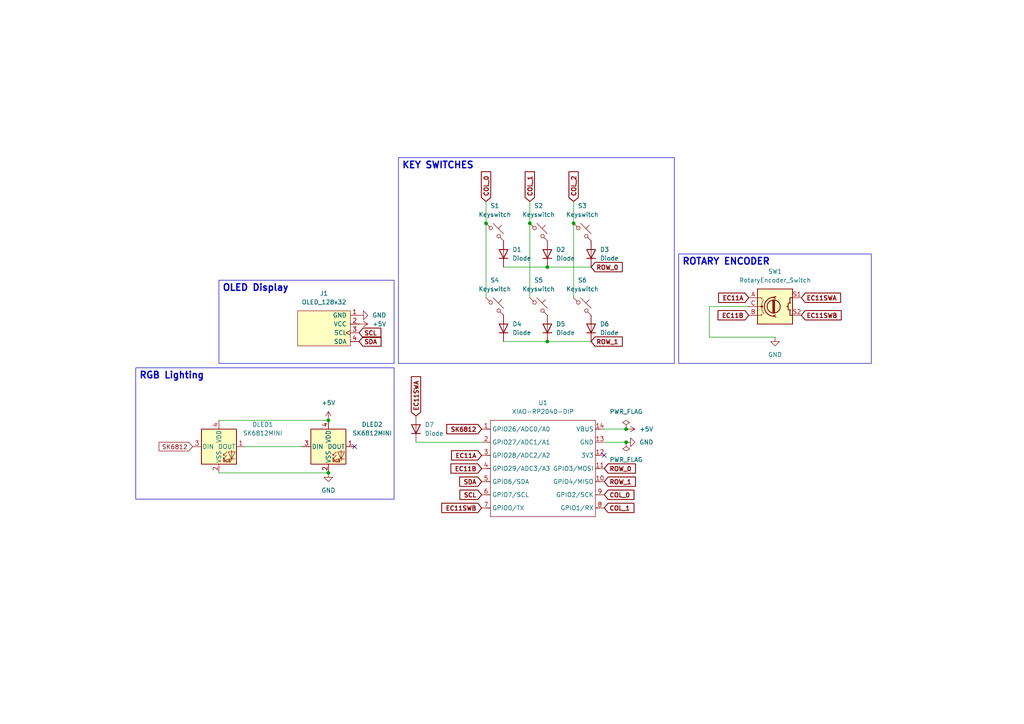
<source format=kicad_sch>
(kicad_sch (version 20250114) (generator "eeschema") (generator_version "9.0")
  (paper "A4")
  (title_block (title "Command Pad") (date "2025-05-25") (rev "1.0") (company "sjalkote") (comment 1 "First time making a pcb lol"))
  (lib_symbols
    (symbol "Device:RotaryEncoder_Switch" (pin_names (offset 0.254) (hide yes))
      (property "Reference" "SW" (at 0 6.604 0))
      (property "Value" "RotaryEncoder_Switch" (at 0 -6.604 0))
      (symbol "RotaryEncoder_Switch_0_1"
        (rectangle (start -5.08 5.08) (end 5.08 -5.08) (stroke (width 0.254)) (fill (type background)))
        (polyline (pts (xy -5.08 2.54) (xy -3.81 2.54) (xy -3.81 2.032)))
        (polyline (pts (xy -5.08 0) (xy -3.81 0) (xy -3.81 -1.016) (xy -3.302 -2.032)))
        (polyline (pts (xy -5.08 -2.54) (xy -3.81 -2.54) (xy -3.81 -2.032)))
        (polyline (pts (xy -4.318 0) (xy -3.81 0) (xy -3.81 1.016) (xy -3.302 2.032)))
        (circle (center -3.81 0) (radius 0.254) (fill (type outline)))
        (polyline (pts (xy -0.635 -1.778) (xy -0.635 1.778)) (stroke (width 0.254)))
        (circle (center -0.381 0) (radius 1.905) (stroke (width 0.254)))
        (polyline (pts (xy -0.381 -1.778) (xy -0.381 1.778)) (stroke (width 0.254)))
        (arc (start -0.381 -2.794) (mid -3.0988 -0.0635) (end -0.381 2.667) (stroke (width 0.254)))
        (polyline (pts (xy -0.127 1.778) (xy -0.127 -1.778)) (stroke (width 0.254)))
        (polyline (pts (xy 0.254 2.921) (xy -0.508 2.667) (xy 0.127 2.286)) (stroke (width 0.254)))
        (polyline (pts (xy 0.254 -3.048) (xy -0.508 -2.794) (xy 0.127 -2.413)) (stroke (width 0.254)))
        (polyline (pts (xy 3.81 1.016) (xy 3.81 -1.016)) (stroke (width 0.254)))
        (polyline (pts (xy 3.81 0) (xy 3.429 0)) (stroke (width 0.254)))
        (circle (center 4.318 1.016) (radius 0.127) (stroke (width 0.254)))
        (circle (center 4.318 -1.016) (radius 0.127) (stroke (width 0.254)))
        (polyline (pts (xy 5.08 2.54) (xy 4.318 2.54) (xy 4.318 1.016)) (stroke (width 0.254)))
        (polyline (pts (xy 5.08 -2.54) (xy 4.318 -2.54) (xy 4.318 -1.016)) (stroke (width 0.254)))
      )
      (symbol "RotaryEncoder_Switch_1_1"
        (pin passive line (at -7.62 2.54 0) (length 2.54) (name "A") (number "A"))
        (pin passive line (at -7.62 0 0) (length 2.54) (name "C") (number "C"))
        (pin passive line (at -7.62 -2.54 0) (length 2.54) (name "B") (number "B"))
        (pin passive line (at 7.62 2.54 180) (length 2.54) (name "S1") (number "S1"))
        (pin passive line (at 7.62 -2.54 180) (length 2.54) (name "S2") (number "S2"))
      )
    )
    (symbol "LED:SK6812MINI" (pin_names (offset 0.254))
      (property "Reference" "D" (at 5.08 5.715 0))
      (property "Value" "SK6812MINI" (at 1.27 -5.715 0))
      (symbol "SK6812MINI_0_0"
        (text "RGB" (at 2.286 -4.191 0) (effects (font (size 0.762 0.762))))
      )
      (symbol "SK6812MINI_0_1"
        (polyline (pts (xy 1.27 -2.54) (xy 1.778 -2.54)))
        (polyline (pts (xy 1.27 -3.556) (xy 1.778 -3.556)))
        (polyline (pts (xy 2.286 -1.524) (xy 1.27 -2.54) (xy 1.27 -2.032)))
        (polyline (pts (xy 2.286 -2.54) (xy 1.27 -3.556) (xy 1.27 -3.048)))
        (polyline (pts (xy 3.683 -1.016) (xy 3.683 -3.556) (xy 3.683 -4.064)))
        (polyline (pts (xy 4.699 -1.524) (xy 2.667 -1.524) (xy 3.683 -3.556) (xy 4.699 -1.524)))
        (polyline (pts (xy 4.699 -3.556) (xy 2.667 -3.556)))
        (rectangle (start 5.08 5.08) (end -5.08 -5.08) (stroke (width 0.254)) (fill (type background)))
      )
      (symbol "SK6812MINI_1_1"
        (pin input line (at -7.62 0 0) (length 2.54) (name "DIN") (number "3"))
        (pin power_in line (at 0 7.62 270) (length 2.54) (name "VDD") (number "4"))
        (pin power_in line (at 0 -7.62 90) (length 2.54) (name "VSS") (number "2"))
        (pin output line (at 7.62 0 180) (length 2.54) (name "DOUT") (number "1"))
      )
    )
    (symbol "ScottoKeebs:OLED_128x32" (pin_names (offset 1.016))
      (property "Reference" "J" (at 0 -6.35 0))
      (property "Value" "OLED_128x32" (at 0 6.35 0))
      (symbol "OLED_128x32_0_1"
        (rectangle (start 0 5.08) (end 15.24 -5.08) (fill (type background)))
      )
      (symbol "OLED_128x32_1_1"
        (pin bidirectional line (at -2.54 3.81 0) (length 2.54) (name "SDA") (number "4"))
        (pin input clock (at -2.54 1.27 0) (length 2.54) (name "SCL") (number "3"))
        (pin power_in line (at -2.54 -1.27 0) (length 2.54) (name "VCC") (number "2"))
        (pin power_in line (at -2.54 -3.81 0) (length 2.54) (name "GND") (number "1"))
      )
    )
    (symbol "ScottoKeebs:Placeholder_Diode" (pin_numbers (hide yes)) (pin_names (hide yes))
      (property "Reference" "D" (at 0 2.54 0))
      (property "Value" "Diode" (at 0 -2.54 0))
      (symbol "Placeholder_Diode_0_1"
        (polyline (pts (xy -1.27 1.27) (xy -1.27 -1.27)) (stroke (width 0.254)))
        (polyline (pts (xy 1.27 1.27) (xy 1.27 -1.27) (xy -1.27 0) (xy 1.27 1.27)) (stroke (width 0.254)))
        (polyline (pts (xy 1.27 0) (xy -1.27 0)))
      )
      (symbol "Placeholder_Diode_1_1"
        (pin passive line (at -3.81 0 0) (length 2.54) (name "K") (number "1"))
        (pin passive line (at 3.81 0 180) (length 2.54) (name "A") (number "2"))
      )
    )
    (symbol "ScottoKeebs:Placeholder_Keyswitch" (pin_numbers (hide yes)) (pin_names (offset 1.016) (hide yes))
      (property "Reference" "S" (at 3.048 1.016 0))
      (property "Value" "Keyswitch" (at 0 -3.81 0))
      (symbol "Placeholder_Keyswitch_0_1"
        (polyline (pts (xy -2.54 2.54) (xy -1.524 1.524) (xy -1.524 1.524)))
        (circle (center -1.1684 1.1684) (radius 0.508))
        (polyline (pts (xy -0.508 2.54) (xy 2.54 -0.508)))
        (polyline (pts (xy 1.016 1.016) (xy 2.032 2.032)))
        (circle (center 1.143 -1.1938) (radius 0.508))
        (polyline (pts (xy 1.524 -1.524) (xy 2.54 -2.54) (xy 2.54 -2.54) (xy 2.54 -2.54)))
        (pin passive line (at -2.54 2.54 0) (length 0) (name "1") (number "1"))
        (pin passive line (at 2.54 -2.54 180) (length 0) (name "2") (number "2"))
      )
    )
    (symbol "Seeed_Studio_XIAO_Series:XIAO-RP2040-DIP"
      (property "Reference" "U" (at 0 0 0))
      (property "Value" "XIAO-RP2040-DIP" (at 5.334 -1.778 0))
      (symbol "XIAO-RP2040-DIP_1_0"
        (polyline (pts (xy -1.27 -2.54) (xy 29.21 -2.54)) (stroke (width 0.1524)))
        (polyline (pts (xy -1.27 -5.08) (xy -2.54 -5.08)) (stroke (width 0.1524)))
        (polyline (pts (xy -1.27 -5.08) (xy -1.27 -2.54)) (stroke (width 0.1524)))
        (polyline (pts (xy -1.27 -8.89) (xy -2.54 -8.89)) (stroke (width 0.1524)))
        (polyline (pts (xy -1.27 -8.89) (xy -1.27 -5.08)) (stroke (width 0.1524)))
        (polyline (pts (xy -1.27 -12.7) (xy -2.54 -12.7)) (stroke (width 0.1524)))
        (polyline (pts (xy -1.27 -12.7) (xy -1.27 -8.89)) (stroke (width 0.1524)))
        (polyline (pts (xy -1.27 -16.51) (xy -2.54 -16.51)) (stroke (width 0.1524)))
        (polyline (pts (xy -1.27 -16.51) (xy -1.27 -12.7)) (stroke (width 0.1524)))
        (polyline (pts (xy -1.27 -20.32) (xy -2.54 -20.32)) (stroke (width 0.1524)))
        (polyline (pts (xy -1.27 -24.13) (xy -2.54 -24.13)) (stroke (width 0.1524)))
        (polyline (pts (xy -1.27 -27.94) (xy -2.54 -27.94)) (stroke (width 0.1524)))
        (polyline (pts (xy -1.27 -30.48) (xy -1.27 -16.51)) (stroke (width 0.1524)))
        (polyline (pts (xy 29.21 -2.54) (xy 29.21 -5.08)) (stroke (width 0.1524)))
        (polyline (pts (xy 29.21 -5.08) (xy 29.21 -8.89)) (stroke (width 0.1524)))
        (polyline (pts (xy 29.21 -8.89) (xy 29.21 -12.7)) (stroke (width 0.1524)))
        (polyline (pts (xy 29.21 -12.7) (xy 29.21 -30.48)) (stroke (width 0.1524)))
        (polyline (pts (xy 29.21 -30.48) (xy -1.27 -30.48)) (stroke (width 0.1524)))
        (polyline (pts (xy 30.48 -5.08) (xy 29.21 -5.08)) (stroke (width 0.1524)))
        (polyline (pts (xy 30.48 -8.89) (xy 29.21 -8.89)) (stroke (width 0.1524)))
        (polyline (pts (xy 30.48 -12.7) (xy 29.21 -12.7)) (stroke (width 0.1524)))
        (polyline (pts (xy 30.48 -16.51) (xy 29.21 -16.51)) (stroke (width 0.1524)))
        (polyline (pts (xy 30.48 -20.32) (xy 29.21 -20.32)) (stroke (width 0.1524)))
        (polyline (pts (xy 30.48 -24.13) (xy 29.21 -24.13)) (stroke (width 0.1524)))
        (polyline (pts (xy 30.48 -27.94) (xy 29.21 -27.94)) (stroke (width 0.1524)))
        (pin passive line (at -3.81 -5.08 0) (length 2.54) (name "GPIO26/ADC0/A0") (number "1"))
        (pin passive line (at -3.81 -8.89 0) (length 2.54) (name "GPIO27/ADC1/A1") (number "2"))
        (pin passive line (at -3.81 -12.7 0) (length 2.54) (name "GPIO28/ADC2/A2") (number "3"))
        (pin passive line (at -3.81 -16.51 0) (length 2.54) (name "GPIO29/ADC3/A3") (number "4"))
        (pin passive line (at -3.81 -20.32 0) (length 2.54) (name "GPIO6/SDA") (number "5"))
        (pin passive line (at -3.81 -24.13 0) (length 2.54) (name "GPIO7/SCL") (number "6"))
        (pin passive line (at -3.81 -27.94 0) (length 2.54) (name "GPIO0/TX") (number "7"))
        (pin passive line (at 31.75 -5.08 180) (length 2.54) (name "VBUS") (number "14"))
        (pin passive line (at 31.75 -8.89 180) (length 2.54) (name "GND") (number "13"))
        (pin passive line (at 31.75 -12.7 180) (length 2.54) (name "3V3") (number "12"))
        (pin passive line (at 31.75 -16.51 180) (length 2.54) (name "GPIO3/MOSI") (number "11"))
        (pin passive line (at 31.75 -20.32 180) (length 2.54) (name "GPIO4/MISO") (number "10"))
        (pin passive line (at 31.75 -24.13 180) (length 2.54) (name "GPIO2/SCK") (number "9"))
        (pin passive line (at 31.75 -27.94 180) (length 2.54) (name "GPIO1/RX") (number "8"))
      )
    )
    (symbol "power:+5V" (power) (pin_numbers (hide yes)) (pin_names (offset 0) (hide yes))
      (property "Value" "+5V" (at 0 3.556 0))
      (symbol "+5V_0_1"
        (polyline (pts (xy -0.762 1.27) (xy 0 2.54)))
        (polyline (pts (xy 0 2.54) (xy 0.762 1.27)))
        (polyline (pts (xy 0 0) (xy 0 2.54)))
      )
      (symbol "+5V_1_1"
        (pin power_in line (at 0 0 90) (length 0) (name "~") (number "1"))
      )
    )
    (symbol "power:GND" (power) (pin_numbers (hide yes)) (pin_names (offset 0) (hide yes))
      (property "Value" "GND" (at 0 -3.81 0))
      (symbol "GND_0_1"
        (polyline (pts (xy 0 0) (xy 0 -1.27) (xy 1.27 -1.27) (xy 0 -2.54) (xy -1.27 -1.27) (xy 0 -1.27)))
      )
      (symbol "GND_1_1"
        (pin power_in line (at 0 0 270) (length 0) (name "~") (number "1"))
      )
    )
    (symbol "power:PWR_FLAG" (power) (pin_numbers (hide yes)) (pin_names (offset 0) (hide yes))
      (property "Value" "PWR_FLAG" (at 0 3.81 0))
      (symbol "PWR_FLAG_0_0"
        (pin power_out line (at 0 0 90) (length 0) (name "~") (number "1"))
      )
      (symbol "PWR_FLAG_0_1"
        (polyline (pts (xy 0 0) (xy 0 1.27) (xy -1.016 1.905) (xy 0 2.54) (xy 1.016 1.905) (xy 0 1.27)))
      )
    )
  )
  (text_box "OLED Display" (at 63.5 81.28 0) (size 50.8 24.13) (margins 0.9525 0.9525 0.9525 0.9525) (effects (font (size 1.905 1.905) (thickness 0.381) (bold yes)) (justify left top)))
  (text_box "RGB Lighting" (at 39.37 106.68 0) (size 74.93 38.1) (margins 0.9525 0.9525 0.9525 0.9525) (effects (font (size 1.905 1.905) (thickness 0.381) (bold yes)) (justify left top)))
  (text_box "ROTARY ENCODER" (at 196.85 73.66 0) (size 55.88 31.75) (margins 0.9525 0.9525 0.9525 0.9525) (effects (font (size 1.905 1.905) (thickness 0.381) (bold yes)) (justify left top)))
  (text_box "KEY SWITCHES" (at 115.57 45.72 0) (size 80.01 59.69) (margins 0.9525 0.9525 0.9525 0.9525) (effects (font (size 1.905 1.905) (thickness 0.381) (bold yes)) (justify left top)))
  (junction (at 140.97 64.77))
  (junction (at 181.61 128.27))
  (junction (at 158.75 99.06))
  (junction (at 95.25 121.92))
  (junction (at 95.25 137.16))
  (junction (at 181.61 124.46))
  (junction (at 166.37 64.77))
  (junction (at 158.75 77.47))
  (junction (at 153.67 64.77))
  (no_connect (at 102.87 129.54))
  (no_connect (at 175.26 132.08))
  (wire (pts (xy 158.75 99.06) (xy 171.45 99.06)))
  (wire (pts (xy 153.67 64.77) (xy 153.67 86.36)))
  (wire (pts (xy 146.05 99.06) (xy 158.75 99.06)))
  (wire (pts (xy 63.5 137.16) (xy 95.25 137.16)))
  (wire (pts (xy 63.5 121.92) (xy 95.25 121.92)))
  (wire (pts (xy 181.61 124.46) (xy 175.26 124.46)))
  (wire (pts (xy 146.05 77.47) (xy 158.75 77.47)))
  (wire (pts (xy 217.17 88.9) (xy 205.74 88.9)))
  (wire (pts (xy 166.37 64.77) (xy 166.37 86.36)))
  (wire (pts (xy 153.67 58.42) (xy 153.67 64.77)))
  (wire (pts (xy 166.37 58.42) (xy 166.37 64.77)))
  (wire (pts (xy 181.61 128.27) (xy 175.26 128.27)))
  (wire (pts (xy 140.97 58.42) (xy 140.97 64.77)))
  (wire (pts (xy 205.74 97.79) (xy 224.79 97.79)))
  (wire (pts (xy 158.75 77.47) (xy 171.45 77.47)))
  (wire (pts (xy 140.97 64.77) (xy 140.97 86.36)))
  (wire (pts (xy 120.65 128.27) (xy 139.7 128.27)))
  (wire (pts (xy 205.74 88.9) (xy 205.74 97.79)))
  (wire (pts (xy 71.12 129.54) (xy 87.63 129.54)))
  (global_label "EC11SWA" (shape input) (at 232.41 86.36 0) (effects (font (thickness 0.254) (bold yes))) (property "Intersheetrefs" "${INTERSHEET_REFS}" (effects (hide yes))))
  (global_label "SK6812" (shape input) (at 139.7 124.46 180) (effects (font (thickness 0.254) (bold yes))) (property "Intersheetrefs" "${INTERSHEET_REFS}" (effects (hide yes))))
  (global_label "SDA" (shape input) (at 104.14 99.06 0) (effects (font (thickness 0.254) (bold yes))) (property "Intersheetrefs" "${INTERSHEET_REFS}" (effects (hide yes))))
  (global_label "COL_1" (shape input) (at 175.26 147.32 0) (effects (font (thickness 0.254) (bold yes))) (property "Intersheetrefs" "${INTERSHEET_REFS}" (effects (hide yes))))
  (global_label "EC11SWB" (shape input) (at 232.41 91.44 0) (effects (font (thickness 0.254) (bold yes))) (property "Intersheetrefs" "${INTERSHEET_REFS}" (effects (hide yes))))
  (global_label "SK6812" (shape input) (at 55.88 129.54 180) (property "Intersheetrefs" "${INTERSHEET_REFS}" (effects (hide yes))))
  (global_label "SCL" (shape input) (at 104.14 96.52 0) (effects (font (thickness 0.254) (bold yes))) (property "Intersheetrefs" "${INTERSHEET_REFS}" (effects (hide yes))))
  (global_label "EC11SWA" (shape input) (at 120.65 120.65 90) (effects (font (thickness 0.254) (bold yes))) (property "Intersheetrefs" "${INTERSHEET_REFS}" (effects (hide yes))))
  (global_label "COL_0" (shape input) (at 140.97 58.42 90) (effects (font (thickness 0.254) (bold yes))) (property "Intersheetrefs" "${INTERSHEET_REFS}" (effects (hide yes))))
  (global_label "ROW_0" (shape input) (at 175.26 135.89 0) (effects (font (thickness 0.254) (bold yes))) (property "Intersheetrefs" "${INTERSHEET_REFS}" (effects (hide yes))))
  (global_label "SCL" (shape input) (at 139.7 143.51 180) (effects (font (thickness 0.254) (bold yes))) (property "Intersheetrefs" "${INTERSHEET_REFS}" (effects (hide yes))))
  (global_label "ROW_0" (shape input) (at 171.45 77.47 0) (effects (font (thickness 0.254) (bold yes))) (property "Intersheetrefs" "${INTERSHEET_REFS}" (effects (hide yes))))
  (global_label "SDA" (shape input) (at 139.7 139.7 180) (effects (font (thickness 0.254) (bold yes))) (property "Intersheetrefs" "${INTERSHEET_REFS}" (effects (hide yes))))
  (global_label "EC11B" (shape input) (at 217.17 91.44 180) (effects (font (thickness 0.254) (bold yes))) (property "Intersheetrefs" "${INTERSHEET_REFS}" (effects (hide yes))))
  (global_label "ROW_1" (shape input) (at 171.45 99.06 0) (effects (font (thickness 0.254) (bold yes))) (property "Intersheetrefs" "${INTERSHEET_REFS}" (effects (hide yes))))
  (global_label "EC11A" (shape input) (at 217.17 86.36 180) (effects (font (thickness 0.254) (bold yes))) (property "Intersheetrefs" "${INTERSHEET_REFS}" (effects (hide yes))))
  (global_label "COL_0" (shape input) (at 175.26 143.51 0) (effects (font (thickness 0.254) (bold yes))) (property "Intersheetrefs" "${INTERSHEET_REFS}" (effects (hide yes))))
  (global_label "EC11SWB" (shape input) (at 139.7 147.32 180) (effects (font (thickness 0.254) (bold yes))) (property "Intersheetrefs" "${INTERSHEET_REFS}" (effects (hide yes))))
  (global_label "COL_1" (shape input) (at 153.67 58.42 90) (effects (font (thickness 0.254) (bold yes))) (property "Intersheetrefs" "${INTERSHEET_REFS}" (effects (hide yes))))
  (global_label "EC11A" (shape input) (at 139.7 132.08 180) (effects (font (thickness 0.254) (bold yes))) (property "Intersheetrefs" "${INTERSHEET_REFS}" (effects (hide yes))))
  (global_label "EC11B" (shape input) (at 139.7 135.89 180) (effects (font (thickness 0.254) (bold yes))) (property "Intersheetrefs" "${INTERSHEET_REFS}" (effects (hide yes))))
  (global_label "COL_2" (shape input) (at 166.37 58.42 90) (effects (font (thickness 0.254) (bold yes))) (property "Intersheetrefs" "${INTERSHEET_REFS}" (effects (hide yes))))
  (global_label "ROW_1" (shape input) (at 175.26 139.7 0) (effects (font (thickness 0.254) (bold yes))) (property "Intersheetrefs" "${INTERSHEET_REFS}" (effects (hide yes))))
  (symbol (lib_id "LED:SK6812MINI") (at 63.5 129.54 0) (unit 1)
    (property "Reference" "DLED1" (at 76.2 123.1198 0))
    (property "Value" "SK6812MINI" (at 76.2 125.6598 0))
    (property "Footprint" "LED_SMD:LED_SK6812MINI_PLCC4_3.5x3.5mm_P1.75mm" (effects (hide yes)))
    (property "Datasheet" "https://cdn-shop.adafruit.com/product-files/2686/SK6812MINI_REV.01-1-2.pdf" (effects (hide yes)))
    (property "Description" "RGB LED with integrated controller" (effects (hide yes)))
  )
  (symbol (lib_id "power:PWR_FLAG") (at 181.61 128.27 180) (unit 1)
    (property "Reference" "#FLG02" (effects (hide yes)))
    (property "Value" "PWR_FLAG" (at 181.61 133.35 0))
    (property "Description" "Special symbol for telling ERC where power comes from" (effects (hide yes)))
  )
  (symbol (lib_id "ScottoKeebs:Placeholder_Diode") (at 171.45 95.25 90) (unit 1)
    (property "Reference" "D6" (at 173.99 93.9799 90) (effects (justify right)))
    (property "Value" "Diode" (at 173.99 96.5199 90) (effects (justify right)))
    (property "Footprint" "Diode_THT:D_DO-35_SOD27_P7.62mm_Horizontal" (effects (hide yes)))
    (property "Description" "1N4148 (DO-35) or 1N4148W (SOD-123)" (effects (hide yes)))
    (property "Sim.Device" "D" (effects (hide yes)))
    (property "Sim.Pins" "1=K 2=A" (effects (hide yes)))
  )
  (symbol (lib_id "power:PWR_FLAG") (at 181.61 124.46 0) (unit 1)
    (property "Reference" "#FLG01" (effects (hide yes)))
    (property "Value" "PWR_FLAG" (at 181.61 119.38 0))
    (property "Description" "Special symbol for telling ERC where power comes from" (effects (hide yes)))
  )
  (symbol (lib_id "ScottoKeebs:Placeholder_Diode") (at 171.45 73.66 90) (unit 1)
    (property "Reference" "D3" (at 173.99 72.3899 90) (effects (justify right)))
    (property "Value" "Diode" (at 173.99 74.9299 90) (effects (justify right)))
    (property "Footprint" "Diode_THT:D_DO-35_SOD27_P7.62mm_Horizontal" (effects (hide yes)))
    (property "Description" "1N4148 (DO-35) or 1N4148W (SOD-123)" (effects (hide yes)))
    (property "Sim.Device" "D" (effects (hide yes)))
    (property "Sim.Pins" "1=K 2=A" (effects (hide yes)))
  )
  (symbol (lib_id "ScottoKeebs:Placeholder_Keyswitch") (at 168.91 67.31 0) (unit 1)
    (property "Reference" "S3" (at 168.91 59.69 0))
    (property "Value" "Keyswitch" (at 168.91 62.23 0))
    (property "Footprint" "Button_Switch_Keyboard:SW_Cherry_MX_1.00u_PCB" (effects (hide yes)))
    (property "Description" "Push button switch, normally open, two pins, 45° tilted" (effects (hide yes)))
  )
  (symbol (lib_id "LED:SK6812MINI") (at 95.25 129.54 0) (unit 1)
    (property "Reference" "DLED2" (at 107.95 123.1198 0))
    (property "Value" "SK6812MINI" (at 107.95 125.6598 0))
    (property "Footprint" "LED_SMD:LED_SK6812MINI_PLCC4_3.5x3.5mm_P1.75mm" (effects (hide yes)))
    (property "Datasheet" "https://cdn-shop.adafruit.com/product-files/2686/SK6812MINI_REV.01-1-2.pdf" (effects (hide yes)))
    (property "Description" "RGB LED with integrated controller" (effects (hide yes)))
  )
  (symbol (lib_id "ScottoKeebs:Placeholder_Keyswitch") (at 156.21 67.31 0) (unit 1)
    (property "Reference" "S2" (at 156.21 59.69 0))
    (property "Value" "Keyswitch" (at 156.21 62.23 0))
    (property "Footprint" "Button_Switch_Keyboard:SW_Cherry_MX_1.00u_PCB" (effects (hide yes)))
    (property "Description" "Push button switch, normally open, two pins, 45° tilted" (effects (hide yes)))
  )
  (symbol (lib_id "Device:RotaryEncoder_Switch") (at 224.79 88.9 0) (unit 1)
    (property "Reference" "SW1" (at 224.79 78.74 0))
    (property "Value" "RotaryEncoder_Switch" (at 224.79 81.28 0))
    (property "Footprint" "Rotary_Encoder:RotaryEncoder_Alps_EC11E-Switch_Vertical_H20mm" (effects (hide yes)))
    (property "Description" "Rotary encoder, dual channel, incremental quadrate outputs, with switch" (effects (hide yes)))
  )
  (symbol (lib_id "ScottoKeebs:Placeholder_Diode") (at 158.75 73.66 90) (unit 1)
    (property "Reference" "D2" (at 161.29 72.3899 90) (effects (justify right)))
    (property "Value" "Diode" (at 161.29 74.9299 90) (effects (justify right)))
    (property "Footprint" "Diode_THT:D_DO-35_SOD27_P7.62mm_Horizontal" (effects (hide yes)))
    (property "Description" "1N4148 (DO-35) or 1N4148W (SOD-123)" (effects (hide yes)))
    (property "Sim.Device" "D" (effects (hide yes)))
    (property "Sim.Pins" "1=K 2=A" (effects (hide yes)))
  )
  (symbol (lib_id "power:GND") (at 95.25 137.16 0) (unit 1)
    (property "Reference" "#PWR04" (effects (hide yes)))
    (property "Value" "GND" (at 95.25 142.24 0))
    (property "Description" "Power symbol creates a global label with name \"GND\" , ground" (effects (hide yes)))
  )
  (symbol (lib_id "power:+5V") (at 104.14 93.98 270) (unit 1)
    (property "Reference" "#PWR05" (effects (hide yes)))
    (property "Value" "+5V" (at 107.95 93.9799 90) (effects (justify left)))
    (property "Description" "Power symbol creates a global label with name \"+5V\"" (effects (hide yes)))
  )
  (symbol (lib_id "power:+5V") (at 95.25 121.92 0) (unit 1)
    (property "Reference" "#PWR03" (effects (hide yes)))
    (property "Value" "+5V" (at 95.25 116.84 0))
    (property "Description" "Power symbol creates a global label with name \"+5V\"" (effects (hide yes)))
  )
  (symbol (lib_id "ScottoKeebs:Placeholder_Keyswitch") (at 168.91 88.9 0) (unit 1)
    (property "Reference" "S6" (at 168.91 81.28 0))
    (property "Value" "Keyswitch" (at 168.91 83.82 0))
    (property "Footprint" "Button_Switch_Keyboard:SW_Cherry_MX_1.00u_PCB" (effects (hide yes)))
    (property "Description" "Push button switch, normally open, two pins, 45° tilted" (effects (hide yes)))
  )
  (symbol (lib_id "ScottoKeebs:OLED_128x32") (at 101.6 95.25 180) (unit 1)
    (property "Reference" "J1" (at 93.98 85.09 0))
    (property "Value" "OLED_128x32" (at 93.98 87.63 0))
    (property "Footprint" "0.91 OLED Display:SSD1306-0.91-OLED-4pin-128x32" (effects (hide yes)))
  )
  (symbol (lib_id "ScottoKeebs:Placeholder_Diode") (at 146.05 95.25 90) (unit 1)
    (property "Reference" "D4" (at 148.59 93.9799 90) (effects (justify right)))
    (property "Value" "Diode" (at 148.59 96.5199 90) (effects (justify right)))
    (property "Footprint" "Diode_THT:D_DO-35_SOD27_P7.62mm_Horizontal" (effects (hide yes)))
    (property "Description" "1N4148 (DO-35) or 1N4148W (SOD-123)" (effects (hide yes)))
    (property "Sim.Device" "D" (effects (hide yes)))
    (property "Sim.Pins" "1=K 2=A" (effects (hide yes)))
  )
  (symbol (lib_id "power:GND") (at 181.61 128.27 90) (unit 1)
    (property "Reference" "#PWR02" (effects (hide yes)))
    (property "Value" "GND" (at 185.42 128.2699 90) (effects (justify right)))
    (property "Description" "Power symbol creates a global label with name \"GND\" , ground" (effects (hide yes)))
  )
  (symbol (lib_id "Seeed_Studio_XIAO_Series:XIAO-RP2040-DIP") (at 143.51 119.38 0) (unit 1)
    (property "Reference" "U1" (at 157.48 116.84 0))
    (property "Value" "XIAO-RP2040-DIP" (at 157.48 119.38 0))
    (property "Footprint" "Seeed Studio XIAO Series Library:XIAO-RP2040-DIP" (effects (hide yes)))
  )
  (symbol (lib_id "ScottoKeebs:Placeholder_Keyswitch") (at 156.21 88.9 0) (unit 1)
    (property "Reference" "S5" (at 156.21 81.28 0))
    (property "Value" "Keyswitch" (at 156.21 83.82 0))
    (property "Footprint" "Button_Switch_Keyboard:SW_Cherry_MX_1.00u_PCB" (effects (hide yes)))
    (property "Description" "Push button switch, normally open, two pins, 45° tilted" (effects (hide yes)))
  )
  (symbol (lib_id "power:+5V") (at 181.61 124.46 270) (unit 1)
    (property "Reference" "#PWR01" (effects (hide yes)))
    (property "Value" "+5V" (at 185.42 124.4599 90) (effects (justify left)))
    (property "Description" "Power symbol creates a global label with name \"+5V\"" (effects (hide yes)))
  )
  (symbol (lib_id "ScottoKeebs:Placeholder_Keyswitch") (at 143.51 88.9 0) (unit 1)
    (property "Reference" "S4" (at 143.51 81.28 0))
    (property "Value" "Keyswitch" (at 143.51 83.82 0))
    (property "Footprint" "Button_Switch_Keyboard:SW_Cherry_MX_1.00u_PCB" (effects (hide yes)))
    (property "Description" "Push button switch, normally open, two pins, 45° tilted" (effects (hide yes)))
  )
  (symbol (lib_id "power:GND") (at 104.14 91.44 90) (unit 1)
    (property "Reference" "#PWR06" (effects (hide yes)))
    (property "Value" "GND" (at 107.95 91.4399 90) (effects (justify right)))
    (property "Description" "Power symbol creates a global label with name \"GND\" , ground" (effects (hide yes)))
  )
  (symbol (lib_id "ScottoKeebs:Placeholder_Diode") (at 120.65 124.46 90) (unit 1)
    (property "Reference" "D7" (at 123.19 123.1899 90) (effects (justify right)))
    (property "Value" "Diode" (at 123.19 125.7299 90) (effects (justify right)))
    (property "Footprint" "Diode_THT:D_DO-35_SOD27_P7.62mm_Horizontal" (effects (hide yes)))
    (property "Description" "1N4148 (DO-35) or 1N4148W (SOD-123)" (effects (hide yes)))
    (property "Sim.Device" "D" (effects (hide yes)))
    (property "Sim.Pins" "1=K 2=A" (effects (hide yes)))
  )
  (symbol (lib_id "ScottoKeebs:Placeholder_Keyswitch") (at 143.51 67.31 0) (unit 1)
    (property "Reference" "S1" (at 143.51 59.69 0))
    (property "Value" "Keyswitch" (at 143.51 62.23 0))
    (property "Footprint" "Button_Switch_Keyboard:SW_Cherry_MX_1.00u_PCB" (effects (hide yes)))
    (property "Description" "Push button switch, normally open, two pins, 45° tilted" (effects (hide yes)))
  )
  (symbol (lib_id "ScottoKeebs:Placeholder_Diode") (at 146.05 73.66 90) (unit 1)
    (property "Reference" "D1" (at 148.59 72.3899 90) (effects (justify right)))
    (property "Value" "Diode" (at 148.59 74.9299 90) (effects (justify right)))
    (property "Footprint" "Diode_THT:D_DO-35_SOD27_P7.62mm_Horizontal" (effects (hide yes)))
    (property "Description" "1N4148 (DO-35) or 1N4148W (SOD-123)" (effects (hide yes)))
    (property "Sim.Device" "D" (effects (hide yes)))
    (property "Sim.Pins" "1=K 2=A" (effects (hide yes)))
  )
  (symbol (lib_id "power:GND") (at 224.79 97.79 0) (unit 1)
    (property "Reference" "#PWR07" (effects (hide yes)))
    (property "Value" "GND" (at 224.79 102.87 0))
    (property "Description" "Power symbol creates a global label with name \"GND\" , ground" (effects (hide yes)))
  )
  (symbol (lib_id "ScottoKeebs:Placeholder_Diode") (at 158.75 95.25 90) (unit 1)
    (property "Reference" "D5" (at 161.29 93.9799 90) (effects (justify right)))
    (property "Value" "Diode" (at 161.29 96.5199 90) (effects (justify right)))
    (property "Footprint" "Diode_THT:D_DO-35_SOD27_P7.62mm_Horizontal" (effects (hide yes)))
    (property "Description" "1N4148 (DO-35) or 1N4148W (SOD-123)" (effects (hide yes)))
    (property "Sim.Device" "D" (effects (hide yes)))
    (property "Sim.Pins" "1=K 2=A" (effects (hide yes)))
  )
)
</source>
